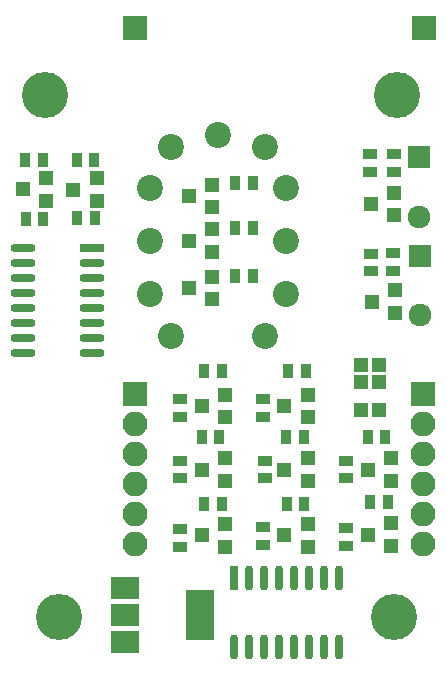
<source format=gbs>
%TF.GenerationSoftware,KiCad,Pcbnew,4.0.7*%
%TF.CreationDate,2017-11-22T17:51:59+08:00*%
%TF.ProjectId,NixieTube_QS27,4E69786965547562655F515332372E6B,rev?*%
%TF.FileFunction,Soldermask,Bot*%
%FSLAX46Y46*%
G04 Gerber Fmt 4.6, Leading zero omitted, Abs format (unit mm)*
G04 Created by KiCad (PCBNEW 4.0.7) date 11/22/17 17:51:59*
%MOMM*%
%LPD*%
G01*
G04 APERTURE LIST*
%ADD10C,0.100000*%
%ADD11R,1.300000X1.200000*%
%ADD12R,2.140000X0.740000*%
%ADD13O,2.140000X0.740000*%
%ADD14R,1.300000X0.900000*%
%ADD15R,2.400000X4.200000*%
%ADD16R,2.400000X1.900000*%
%ADD17R,1.200000X1.150000*%
%ADD18R,0.740000X2.140000*%
%ADD19O,0.740000X2.140000*%
%ADD20R,0.900000X1.300000*%
%ADD21C,3.900000*%
%ADD22R,2.100000X2.100000*%
%ADD23O,2.100000X2.100000*%
%ADD24R,1.924000X1.924000*%
%ADD25C,1.924000*%
%ADD26C,2.200000*%
G04 APERTURE END LIST*
D10*
D11*
X17650000Y-15250000D03*
X17650000Y-17150000D03*
X15650000Y-16200000D03*
D12*
X7500000Y-20580000D03*
D13*
X7500000Y-21850000D03*
X7500000Y-23120000D03*
X7500000Y-24390000D03*
X7500000Y-25660000D03*
X7500000Y-26930000D03*
X7500000Y-28200000D03*
X1650000Y-28200000D03*
X1650000Y-26930000D03*
X1650000Y-25660000D03*
X1650000Y-24390000D03*
X1650000Y-23120000D03*
X1650000Y-21850000D03*
X1650000Y-20580000D03*
X7500000Y-29470000D03*
X1650000Y-29470000D03*
D14*
X21950000Y-44250000D03*
X21950000Y-45750000D03*
D15*
X16600000Y-51700000D03*
D16*
X10300000Y-51700000D03*
X10300000Y-49400000D03*
X10300000Y-54000000D03*
D17*
X31760000Y-31940000D03*
X30260000Y-31940000D03*
D14*
X33000000Y-12700000D03*
X33000000Y-14200000D03*
X31000000Y-14200000D03*
X31000000Y-12700000D03*
D11*
X33050000Y-15950000D03*
X33050000Y-17850000D03*
X31050000Y-16900000D03*
D18*
X19490000Y-48570000D03*
D19*
X20760000Y-48570000D03*
X22030000Y-48570000D03*
X23300000Y-48570000D03*
X24570000Y-48570000D03*
X25840000Y-48570000D03*
X27110000Y-48570000D03*
X27110000Y-54420000D03*
X25840000Y-54420000D03*
X24570000Y-54420000D03*
X23300000Y-54420000D03*
X22030000Y-54420000D03*
X20760000Y-54420000D03*
X19490000Y-54420000D03*
X28380000Y-48570000D03*
X28380000Y-54420000D03*
D14*
X32950000Y-21050000D03*
X32950000Y-22550000D03*
X31050000Y-22600000D03*
X31050000Y-21100000D03*
D20*
X23900000Y-36625000D03*
X25400000Y-36625000D03*
X30800000Y-36625000D03*
X32300000Y-36625000D03*
X23950000Y-42275000D03*
X25450000Y-42275000D03*
X16950000Y-31000000D03*
X18450000Y-31000000D03*
X31000000Y-42125000D03*
X32500000Y-42125000D03*
X16750000Y-36625000D03*
X18250000Y-36625000D03*
X16950000Y-42250000D03*
X18450000Y-42250000D03*
X1800000Y-13150000D03*
X3300000Y-13150000D03*
X24100000Y-31000000D03*
X25600000Y-31000000D03*
X7675000Y-13175000D03*
X6175000Y-13175000D03*
X21100000Y-23000000D03*
X19600000Y-23000000D03*
X21100000Y-18950000D03*
X19600000Y-18950000D03*
X21100000Y-15100000D03*
X19600000Y-15100000D03*
D14*
X29000000Y-38625000D03*
X29000000Y-40125000D03*
X14950000Y-33400000D03*
X14950000Y-34900000D03*
X14950000Y-38625000D03*
X14950000Y-40125000D03*
X14950000Y-44425000D03*
X14950000Y-45925000D03*
X21950000Y-33400000D03*
X21950000Y-34900000D03*
X22100000Y-38625000D03*
X22100000Y-40125000D03*
X29000000Y-44350000D03*
X29000000Y-45850000D03*
D20*
X3350000Y-18150000D03*
X1850000Y-18150000D03*
X7725000Y-18075000D03*
X6225000Y-18075000D03*
D11*
X33150000Y-24200000D03*
X33150000Y-26100000D03*
X31150000Y-25150000D03*
X17650000Y-23050000D03*
X17650000Y-24950000D03*
X15650000Y-24000000D03*
X17650000Y-19050000D03*
X17650000Y-20950000D03*
X15650000Y-20000000D03*
X25750000Y-38425000D03*
X25750000Y-40325000D03*
X23750000Y-39375000D03*
X32800000Y-38425000D03*
X32800000Y-40325000D03*
X30800000Y-39375000D03*
X25750000Y-44000000D03*
X25750000Y-45900000D03*
X23750000Y-44950000D03*
X18750000Y-33050000D03*
X18750000Y-34950000D03*
X16750000Y-34000000D03*
X32800000Y-43925000D03*
X32800000Y-45825000D03*
X30800000Y-44875000D03*
X18750000Y-38425000D03*
X18750000Y-40325000D03*
X16750000Y-39375000D03*
X18750000Y-44000000D03*
X18750000Y-45900000D03*
X16750000Y-44950000D03*
X25750000Y-33050000D03*
X25750000Y-34950000D03*
X23750000Y-34000000D03*
X7875000Y-14725000D03*
X7875000Y-16625000D03*
X5875000Y-15675000D03*
D17*
X30250000Y-34350000D03*
X31750000Y-34350000D03*
D11*
X3600000Y-14700000D03*
X3600000Y-16600000D03*
X1600000Y-15650000D03*
D21*
X33030000Y-51900000D03*
X4700000Y-51900000D03*
X3500000Y-7700000D03*
X33300000Y-7700000D03*
D17*
X31750000Y-30500000D03*
X30250000Y-30500000D03*
D22*
X11100000Y-33000000D03*
D23*
X11100000Y-35540000D03*
X11100000Y-38080000D03*
X11100000Y-40620000D03*
X11100000Y-43160000D03*
X11100000Y-45700000D03*
D22*
X35500000Y-33000000D03*
D23*
X35500000Y-35540000D03*
X35500000Y-38080000D03*
X35500000Y-40620000D03*
X35500000Y-43160000D03*
X35500000Y-45700000D03*
D22*
X35550000Y-2000000D03*
X11100000Y-2000000D03*
D24*
X35150000Y-12950000D03*
D25*
X35150000Y-17950000D03*
D24*
X35200000Y-21300000D03*
D25*
X35200000Y-26300000D03*
D26*
X23893155Y-15535798D03*
X23893155Y-20035798D03*
X23893155Y-24535798D03*
X12393155Y-15535798D03*
X12393155Y-20035798D03*
X12393155Y-24535798D03*
X14143155Y-12035798D03*
X22143155Y-12035798D03*
X14143155Y-28035798D03*
X22143155Y-28035798D03*
X18143155Y-11035798D03*
M02*

</source>
